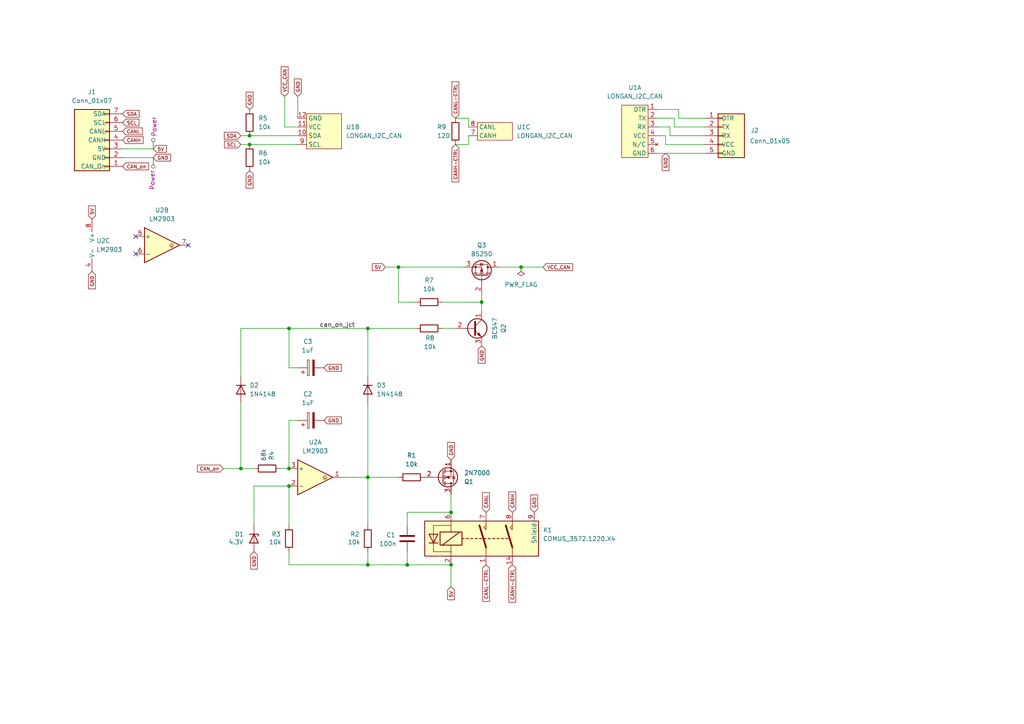
<source format=kicad_sch>
(kicad_sch (version 20250114) (generator "eeschema") (generator_version "9.0")
  (paper "A4")
  (title_block (title "KnurCAN Main Board"))
  (lib_symbols
    (symbol "Comparator:LM2903" (pin_names (offset 0.127))
      (property "Reference" "U" (at 3.81 3.81 0))
      (property "Value" "LM2903" (at 6.35 -3.81 0))
      (symbol "LM2903_1_1"
        (polyline (pts (xy -5.08 5.08) (xy 5.08 0) (xy -5.08 -5.08) (xy -5.08 5.08)) (stroke (width 0.254)) (fill (type background)))
        (polyline (pts (xy 3.302 -0.508) (xy 2.794 -0.508) (xy 3.302 0) (xy 2.794 0.508) (xy 2.286 0) (xy 2.794 -0.508) (xy 2.286 -0.508)) (stroke (width 0.127)))
        (pin input line (at -7.62 2.54 0) (length 2.54) (name "+") (number "3"))
        (pin input line (at -7.62 -2.54 0) (length 2.54) (name "-") (number "2"))
        (pin open_collector line (at 7.62 0 180) (length 2.54) (name "~") (number "1"))
      )
      (symbol "LM2903_2_1"
        (polyline (pts (xy -5.08 5.08) (xy 5.08 0) (xy -5.08 -5.08) (xy -5.08 5.08)) (stroke (width 0.254)) (fill (type background)))
        (polyline (pts (xy 3.302 -0.508) (xy 2.794 -0.508) (xy 3.302 0) (xy 2.794 0.508) (xy 2.286 0) (xy 2.794 -0.508) (xy 2.286 -0.508)) (stroke (width 0.127)))
        (pin input line (at -7.62 2.54 0) (length 2.54) (name "+") (number "5"))
        (pin input line (at -7.62 -2.54 0) (length 2.54) (name "-") (number "6"))
        (pin open_collector line (at 7.62 0 180) (length 2.54) (name "~") (number "7"))
      )
      (symbol "LM2903_3_1"
        (pin power_in line (at -2.54 7.62 270) (length 3.81) (name "V+") (number "8"))
        (pin power_in line (at -2.54 -7.62 90) (length 3.81) (name "V-") (number "4"))
      )
    )
    (symbol "Connector_Generic:Conn_01x05" (pin_names (offset 1.016))
      (property "Reference" "J2" (at 5.588 1.524 0))
      (property "Value" "Conn_01x05" (at 5.334 -1.524 0))
      (symbol "Conn_01x05_1_1"
        (rectangle (start -3.81 6.35) (end 3.81 -6.35) (stroke (width 0.254)) (fill (type background)))
        (rectangle (start -3.81 5.207) (end -2.54 4.953) (stroke (width 0.1524)))
        (rectangle (start -3.81 2.667) (end -2.54 2.413) (stroke (width 0.1524)))
        (rectangle (start -3.81 0.127) (end -2.54 -0.127) (stroke (width 0.1524)))
        (rectangle (start -3.81 -2.413) (end -2.54 -2.667) (stroke (width 0.1524)))
        (rectangle (start -3.81 -4.953) (end -2.54 -5.207) (stroke (width 0.1524)))
        (pin output line (at -7.62 5.08 0) (length 3.81) (name "DTR") (number "1"))
        (pin bidirectional line (at -7.62 2.54 0) (length 3.81) (name "TX") (number "2"))
        (pin bidirectional line (at -7.62 0 0) (length 3.81) (name "RX") (number "3"))
        (pin power_out line (at -7.62 -2.54 0) (length 3.81) (name "VCC") (number "4"))
        (pin passive line (at -7.62 -5.08 0) (length 3.81) (name "GND") (number "5"))
      )
    )
    (symbol "Custom_Knur:COMUS_3572.1220.X4"
      (property "Reference" "K" (at 23.622 2.54 0))
      (property "Value" "COMUS_3572.1220.X4" (at 23.622 0 0))
      (symbol "COMUS_3572.1220.X4_0_0"
        (polyline (pts (xy 2.54 5.08) (xy 2.54 2.54) (xy 1.905 3.175) (xy 2.54 3.81)))
        (polyline (pts (xy 10.16 5.08) (xy 10.16 2.54) (xy 9.525 3.175) (xy 10.16 3.81)))
      )
      (symbol "COMUS_3572.1220.X4_0_1"
        (rectangle (start -15.24 5.08) (end 17.78 -5.08) (stroke (width 0.254)) (fill (type background)))
        (polyline (pts (xy -13.97 1.27) (xy -11.43 1.27) (xy -12.7 -1.27) (xy -13.97 1.27)) (stroke (width 0.254)))
        (polyline (pts (xy -13.97 -1.27) (xy -11.43 -1.27)) (stroke (width 0.254)))
        (polyline (pts (xy -12.7 1.27) (xy -12.7 -1.27)))
        (polyline (pts (xy -12.7 1.27) (xy -12.7 3.81) (xy -7.62 3.81)))
        (polyline (pts (xy -12.7 -1.27) (xy -12.7 -3.81) (xy -7.62 -3.81)))
        (rectangle (start -10.795 1.905) (end -4.445 -1.905) (stroke (width 0.254)))
        (polyline (pts (xy -10.16 -1.905) (xy -5.08 1.905)) (stroke (width 0.254)))
        (polyline (pts (xy -7.62 5.08) (xy -7.62 1.905)))
        (polyline (pts (xy -7.62 -5.08) (xy -7.62 -1.905)))
        (polyline (pts (xy -4.445 0) (xy -3.81 0)) (stroke (width 0.254)))
        (polyline (pts (xy -3.175 0) (xy -2.54 0)) (stroke (width 0.254)))
        (polyline (pts (xy -1.905 0) (xy -1.27 0)) (stroke (width 0.254)))
        (polyline (pts (xy -0.635 0) (xy 0 0)) (stroke (width 0.254)))
        (polyline (pts (xy 0.635 0) (xy 1.27 0)) (stroke (width 0.254)))
        (polyline (pts (xy 1.905 0) (xy 2.54 0)) (stroke (width 0.254)))
        (polyline (pts (xy 2.54 -2.54) (xy 0.635 3.81)) (stroke (width 0.508)))
        (polyline (pts (xy 2.54 -2.54) (xy 2.54 -5.08)))
        (polyline (pts (xy 3.175 0) (xy 3.81 0)) (stroke (width 0.254)))
        (polyline (pts (xy 4.445 0) (xy 5.08 0)) (stroke (width 0.254)))
        (polyline (pts (xy 5.715 0) (xy 6.35 0)) (stroke (width 0.254)))
        (polyline (pts (xy 6.985 0) (xy 7.62 0)) (stroke (width 0.254)))
        (polyline (pts (xy 8.255 0) (xy 8.89 0)) (stroke (width 0.254)))
        (polyline (pts (xy 10.16 -2.54) (xy 8.255 3.81)) (stroke (width 0.508)))
        (polyline (pts (xy 10.16 -2.54) (xy 10.16 -5.08)))
        (polyline (pts (xy 16.51 7.62) (xy 16.51 7.62)))
        (polyline (pts (xy 16.51 6.35) (xy 16.51 6.35)))
      )
      (symbol "COMUS_3572.1220.X4_1_1"
        (pin passive line (at -7.62 7.62 270) (length 2.54) (name "~") (number "6"))
        (pin passive line (at -7.62 -7.62 90) (length 2.54) (name "~") (number "2"))
        (pin passive line (at 2.54 7.62 270) (length 2.54) (name "~") (number "7"))
        (pin passive line (at 2.54 -7.62 90) (length 2.54) (name "~") (number "1"))
        (pin passive line (at 10.16 7.62 270) (length 2.54) (name "~") (number "8"))
        (pin passive line (at 10.16 -7.62 90) (length 2.54) (name "~") (number "14"))
        (pin passive line (at 16.51 7.62 270) (length 2.54) (name "Shield") (number "9"))
      )
    )
    (symbol "Custom_Knur:Conn_01x07_CanOn" (pin_names (offset 1.016))
      (property "Reference" "J1" (at -0.254 10.414 0))
      (property "Value" "Conn_01x07_CanOn" (at 3.302 -10.414 0))
      (symbol "Conn_01x07_CanOn_1_1"
        (rectangle (start -1.27 8.89) (end 8.89 -8.89) (stroke (width 0.254)) (fill (type background)))
        (rectangle (start -1.27 7.747) (end 0 7.493) (stroke (width 0.1524)))
        (rectangle (start -1.27 5.207) (end 0 4.953) (stroke (width 0.1524)))
        (rectangle (start -1.27 2.667) (end 0 2.413) (stroke (width 0.1524)))
        (rectangle (start -1.27 0.127) (end 0 -0.127) (stroke (width 0.1524)))
        (rectangle (start -1.27 -2.413) (end 0 -2.667) (stroke (width 0.1524)))
        (rectangle (start -1.27 -4.953) (end 0 -5.207) (stroke (width 0.1524)))
        (rectangle (start -1.27 -7.493) (end 0 -7.747) (stroke (width 0.1524)))
        (pin output line (at -5.08 7.62 0) (length 3.81) (name "CAN_On") (number "1"))
        (pin power_out line (at -5.08 5.08 0) (length 3.81) (name "GND") (number "2"))
        (pin power_out line (at -5.08 2.54 0) (length 3.81) (name "5V") (number "3"))
        (pin bidirectional line (at -5.08 0 0) (length 3.81) (name "CANH") (number "4"))
        (pin bidirectional line (at -5.08 -2.54 0) (length 3.81) (name "CANL") (number "5"))
        (pin bidirectional line (at -5.08 -5.08 0) (length 3.81) (name "SCL") (number "6"))
        (pin bidirectional line (at -5.08 -7.62 0) (length 3.81) (name "SDA") (number "7"))
      )
    )
    (symbol "Custom_Knur:LONGAN_I2C_CAN"
      (property "Reference" "U" (at 9.652 2.032 0))
      (property "Value" "LONGAN_I2C_CAN" (at 17.272 -2.032 0))
      (symbol "LONGAN_I2C_CAN_1_1"
        (unit_name "Main")
        (rectangle (start -7.62 3.81) (end 7.62 -3.81) (fill (type background)))
        (pin passive line (at -6.35 6.35 270) (length 2.54) (name "DTR") (number "1"))
        (pin bidirectional line (at -3.81 6.35 270) (length 2.54) (name "TX") (number "2"))
        (pin bidirectional line (at -1.27 6.35 270) (length 2.54) (name "RX") (number "3"))
        (pin power_in line (at 1.27 6.35 270) (length 2.54) (name "VCC") (number "4"))
        (pin no_connect line (at 3.81 6.35 270) (length 2.54) (name "N/C") (number "5"))
        (pin power_in line (at 6.35 6.35 270) (length 2.54) (name "GND") (number "6"))
      )
      (symbol "LONGAN_I2C_CAN_2_1"
        (unit_name "I2C")
        (rectangle (start -5.08 -5.08) (end 5.08 5.08) (fill (type background)))
        (pin power_in line (at -7.62 3.81 0) (length 2.54) (name "GND") (number "12"))
        (pin power_in line (at -7.62 1.27 0) (length 2.54) (name "VCC") (number "11"))
        (pin bidirectional line (at -7.62 -1.27 0) (length 2.54) (name "SDA") (number "10"))
        (pin bidirectional line (at -7.62 -3.81 0) (length 2.54) (name "SCL") (number "9"))
      )
      (symbol "LONGAN_I2C_CAN_3_1"
        (unit_name "CAN")
        (rectangle (start -5.08 2.54) (end 5.08 -2.54) (fill (type background)))
        (pin bidirectional line (at -7.62 1.27 0) (length 2.54) (name "CANL") (number "8"))
        (pin bidirectional line (at -7.62 -1.27 0) (length 2.54) (name "CANH") (number "7"))
      )
    )
    (symbol "Device:C" (pin_numbers (hide yes)) (pin_names (offset 0.254))
      (property "Reference" "C" (at 0.635 2.54 0))
      (property "Value" "C" (at 0.635 -2.54 0))
      (symbol "C_0_1"
        (polyline (pts (xy -2.032 0.762) (xy 2.032 0.762)) (stroke (width 0.508)))
        (polyline (pts (xy -2.032 -0.762) (xy 2.032 -0.762)) (stroke (width 0.508)))
      )
      (symbol "C_1_1"
        (pin passive line (at 0 3.81 270) (length 2.794) (name "~") (number "1"))
        (pin passive line (at 0 -3.81 90) (length 2.794) (name "~") (number "2"))
      )
    )
    (symbol "Device:C_Polarized" (pin_numbers (hide yes)) (pin_names (offset 0.254))
      (property "Reference" "C" (at 0.635 2.54 0))
      (property "Value" "C_Polarized" (at 0.635 -2.54 0))
      (symbol "C_Polarized_0_1"
        (rectangle (start -2.286 0.508) (end 2.286 1.016))
        (polyline (pts (xy -1.778 2.286) (xy -0.762 2.286)))
        (polyline (pts (xy -1.27 2.794) (xy -1.27 1.778)))
        (rectangle (start 2.286 -0.508) (end -2.286 -1.016) (fill (type outline)))
      )
      (symbol "C_Polarized_1_1"
        (pin passive line (at 0 3.81 270) (length 2.794) (name "~") (number "1"))
        (pin passive line (at 0 -3.81 90) (length 2.794) (name "~") (number "2"))
      )
    )
    (symbol "Device:D_Zener" (pin_numbers (hide yes)) (pin_names (offset 1.016) (hide yes))
      (property "Reference" "D" (at 0 2.54 0))
      (property "Value" "D_Zener" (at 0 -2.54 0))
      (symbol "D_Zener_0_1"
        (polyline (pts (xy -1.27 -1.27) (xy -1.27 1.27) (xy -0.762 1.27)) (stroke (width 0.254)))
        (polyline (pts (xy 1.27 0) (xy -1.27 0)))
        (polyline (pts (xy 1.27 -1.27) (xy 1.27 1.27) (xy -1.27 0) (xy 1.27 -1.27)) (stroke (width 0.254)))
      )
      (symbol "D_Zener_1_1"
        (pin passive line (at -3.81 0 0) (length 2.54) (name "K") (number "1"))
        (pin passive line (at 3.81 0 180) (length 2.54) (name "A") (number "2"))
      )
    )
    (symbol "Device:R" (pin_numbers (hide yes)) (pin_names (offset 0))
      (property "Reference" "R" (at 2.032 0 90))
      (property "Value" "R" (at 0 0 90))
      (symbol "R_0_1"
        (rectangle (start -1.016 -2.54) (end 1.016 2.54) (stroke (width 0.254)))
      )
      (symbol "R_1_1"
        (pin passive line (at 0 3.81 270) (length 1.27) (name "~") (number "1"))
        (pin passive line (at 0 -3.81 90) (length 1.27) (name "~") (number "2"))
      )
    )
    (symbol "Diode:1N4148" (pin_numbers (hide yes)) (pin_names (hide yes))
      (property "Reference" "D" (at 0 2.54 0))
      (property "Value" "1N4148" (at 0 -2.54 0))
      (symbol "1N4148_0_1"
        (polyline (pts (xy -1.27 1.27) (xy -1.27 -1.27)) (stroke (width 0.254)))
        (polyline (pts (xy 1.27 1.27) (xy 1.27 -1.27) (xy -1.27 0) (xy 1.27 1.27)) (stroke (width 0.254)))
        (polyline (pts (xy 1.27 0) (xy -1.27 0)))
      )
      (symbol "1N4148_1_1"
        (pin passive line (at -3.81 0 0) (length 2.54) (name "K") (number "1"))
        (pin passive line (at 3.81 0 180) (length 2.54) (name "A") (number "2"))
      )
    )
    (symbol "LONGAN_I2C_CAN_1"
      (property "Reference" "U" (at 9.652 2.032 0))
      (property "Value" "LONGAN_I2C_CAN" (at 17.272 -2.032 0))
      (symbol "LONGAN_I2C_CAN_1_1_1"
        (unit_name "Main")
        (rectangle (start -7.62 3.81) (end 7.62 -3.81) (fill (type background)))
        (pin passive line (at -6.35 6.35 270) (length 2.54) (name "DTR") (number "1"))
        (pin bidirectional line (at -3.81 6.35 270) (length 2.54) (name "TX") (number "2"))
        (pin bidirectional line (at -1.27 6.35 270) (length 2.54) (name "RX") (number "3"))
        (pin power_in line (at 1.27 6.35 270) (length 2.54) (name "VCC") (number "4"))
        (pin no_connect line (at 3.81 6.35 270) (length 2.54) (name "N/C") (number "5"))
        (pin power_in line (at 6.35 6.35 270) (length 2.54) (name "GND") (number "6"))
      )
      (symbol "LONGAN_I2C_CAN_1_2_1"
        (unit_name "I2C")
        (rectangle (start -5.08 -5.08) (end 5.08 5.08) (fill (type background)))
        (pin power_in line (at -7.62 3.81 0) (length 2.54) (name "GND") (number "12"))
        (pin power_in line (at -7.62 1.27 0) (length 2.54) (name "VCC") (number "11"))
        (pin bidirectional line (at -7.62 -1.27 0) (length 2.54) (name "SDA") (number "10"))
        (pin bidirectional line (at -7.62 -3.81 0) (length 2.54) (name "SCL") (number "9"))
      )
      (symbol "LONGAN_I2C_CAN_1_3_1"
        (unit_name "CAN")
        (rectangle (start -5.08 2.54) (end 5.08 -2.54) (fill (type background)))
        (pin bidirectional line (at -7.62 1.27 0) (length 2.54) (name "CANL") (number "8"))
        (pin bidirectional line (at -7.62 -1.27 0) (length 2.54) (name "CANH") (number "7"))
      )
    )
    (symbol "Transistor_BJT:BC547" (pin_names (offset 0) (hide yes))
      (property "Reference" "Q" (at 5.08 1.905 0))
      (property "Value" "BC547" (at 5.08 0 0))
      (symbol "BC547_0_1"
        (polyline (pts (xy -2.54 0) (xy 0.635 0)))
        (polyline (pts (xy 0.635 1.905) (xy 0.635 -1.905)) (stroke (width 0.508)))
        (circle (center 1.27 0) (radius 2.8194) (stroke (width 0.254)))
      )
      (symbol "BC547_1_1"
        (polyline (pts (xy 0.635 0.635) (xy 2.54 2.54)))
        (polyline (pts (xy 0.635 -0.635) (xy 2.54 -2.54)))
        (polyline (pts (xy 1.27 -1.778) (xy 1.778 -1.27) (xy 2.286 -2.286) (xy 1.27 -1.778)) (fill (type outline)))
        (pin input line (at -5.08 0 0) (length 2.54) (name "B") (number "2"))
        (pin passive line (at 2.54 5.08 270) (length 2.54) (name "C") (number "1"))
        (pin passive line (at 2.54 -5.08 90) (length 2.54) (name "E") (number "3"))
      )
    )
    (symbol "Transistor_FET:2N7000" (pin_names (hide yes))
      (property "Reference" "Q" (at 5.08 1.905 0))
      (property "Value" "2N7000" (at 5.08 0 0))
      (symbol "2N7000_0_1"
        (polyline (pts (xy 0.254 1.905) (xy 0.254 -1.905)) (stroke (width 0.254)))
        (polyline (pts (xy 0.254 0) (xy -2.54 0)))
        (polyline (pts (xy 0.762 2.286) (xy 0.762 1.27)) (stroke (width 0.254)))
        (polyline (pts (xy 0.762 0.508) (xy 0.762 -0.508)) (stroke (width 0.254)))
        (polyline (pts (xy 0.762 -1.27) (xy 0.762 -2.286)) (stroke (width 0.254)))
        (polyline (pts (xy 0.762 -1.778) (xy 3.302 -1.778) (xy 3.302 1.778) (xy 0.762 1.778)))
        (polyline (pts (xy 1.016 0) (xy 2.032 0.381) (xy 2.032 -0.381) (xy 1.016 0)) (fill (type outline)))
        (circle (center 1.651 0) (radius 2.794) (stroke (width 0.254)))
        (polyline (pts (xy 2.54 2.54) (xy 2.54 1.778)))
        (circle (center 2.54 1.778) (radius 0.254) (fill (type outline)))
        (circle (center 2.54 -1.778) (radius 0.254) (fill (type outline)))
        (polyline (pts (xy 2.54 -2.54) (xy 2.54 0) (xy 0.762 0)))
        (polyline (pts (xy 2.794 0.508) (xy 2.921 0.381) (xy 3.683 0.381) (xy 3.81 0.254)))
        (polyline (pts (xy 3.302 0.381) (xy 2.921 -0.254) (xy 3.683 -0.254) (xy 3.302 0.381)))
      )
      (symbol "2N7000_1_1"
        (pin input line (at -5.08 0 0) (length 2.54) (name "G") (number "2"))
        (pin passive line (at 2.54 5.08 270) (length 2.54) (name "D") (number "3"))
        (pin passive line (at 2.54 -5.08 90) (length 2.54) (name "S") (number "1"))
      )
    )
    (symbol "Transistor_FET:BS250" (pin_names (hide yes))
      (property "Reference" "Q" (at 5.08 1.905 0))
      (property "Value" "BS250" (at 5.08 0 0))
      (symbol "BS250_0_1"
        (polyline (pts (xy 0.254 1.905) (xy 0.254 -1.905)) (stroke (width 0.254)))
        (polyline (pts (xy 0.254 0) (xy -2.54 0)))
        (polyline (pts (xy 0.762 2.286) (xy 0.762 1.27)) (stroke (width 0.254)))
        (polyline (pts (xy 0.762 1.778) (xy 3.302 1.778) (xy 3.302 -1.778) (xy 0.762 -1.778)))
        (polyline (pts (xy 0.762 0.508) (xy 0.762 -0.508)) (stroke (width 0.254)))
        (polyline (pts (xy 0.762 -1.27) (xy 0.762 -2.286)) (stroke (width 0.254)))
        (circle (center 1.651 0) (radius 2.794) (stroke (width 0.254)))
        (polyline (pts (xy 2.286 0) (xy 1.27 0.381) (xy 1.27 -0.381) (xy 2.286 0)) (fill (type outline)))
        (polyline (pts (xy 2.54 2.54) (xy 2.54 1.778)))
        (circle (center 2.54 1.778) (radius 0.254) (fill (type outline)))
        (circle (center 2.54 -1.778) (radius 0.254) (fill (type outline)))
        (polyline (pts (xy 2.54 -2.54) (xy 2.54 0) (xy 0.762 0)))
        (polyline (pts (xy 2.794 -0.508) (xy 2.921 -0.381) (xy 3.683 -0.381) (xy 3.81 -0.254)))
        (polyline (pts (xy 3.302 -0.381) (xy 2.921 0.254) (xy 3.683 0.254) (xy 3.302 -0.381)))
      )
      (symbol "BS250_1_1"
        (pin input line (at -5.08 0 0) (length 2.54) (name "G") (number "2"))
        (pin passive line (at 2.54 5.08 270) (length 2.54) (name "D") (number "1"))
        (pin passive line (at 2.54 -5.08 90) (length 2.54) (name "S") (number "3"))
      )
    )
    (symbol "power:PWR_FLAG" (power) (pin_numbers (hide yes)) (pin_names (offset 0) (hide yes))
      (property "Value" "PWR_FLAG" (at 0 3.81 0))
      (symbol "PWR_FLAG_0_0"
        (pin power_out line (at 0 0 90) (length 0) (name "~") (number "1"))
      )
      (symbol "PWR_FLAG_0_1"
        (polyline (pts (xy 0 0) (xy 0 1.27) (xy -1.016 1.905) (xy 0 2.54) (xy 1.016 1.905) (xy 0 1.27)))
      )
    )
  )
  (junction (at 106.68 138.43))
  (junction (at 83.82 140.97))
  (junction (at 83.82 135.89))
  (junction (at 130.81 148.59))
  (junction (at 106.68 163.83))
  (junction (at 106.68 95.25))
  (junction (at 118.11 163.83))
  (junction (at 115.57 77.47))
  (junction (at 151.13 77.47))
  (junction (at 69.85 135.89))
  (junction (at 83.82 95.25))
  (junction (at 72.39 41.91))
  (junction (at 72.39 39.37))
  (junction (at 139.7 87.63))
  (junction (at 130.81 163.83))
  (no_connect (at 39.37 73.66))
  (no_connect (at 54.61 71.12))
  (no_connect (at 39.37 68.58))
  (wire (pts (xy 193.04 39.37) (xy 193.04 41.91)))
  (wire (pts (xy 69.85 95.25) (xy 69.85 109.22)))
  (wire (pts (xy 115.57 77.47) (xy 134.62 77.47)))
  (wire (pts (xy 128.27 87.63) (xy 139.7 87.63)))
  (wire (pts (xy 190.5 34.29) (xy 195.58 34.29)))
  (wire (pts (xy 106.68 138.43) (xy 106.68 152.4)))
  (wire (pts (xy 111.76 77.47) (xy 115.57 77.47)))
  (wire (pts (xy 72.39 41.91) (xy 86.36 41.91)))
  (wire (pts (xy 73.66 152.4) (xy 73.66 140.97)))
  (wire (pts (xy 99.06 138.43) (xy 106.68 138.43)))
  (wire (pts (xy 115.57 77.47) (xy 115.57 87.63)))
  (wire (pts (xy 118.11 160.02) (xy 118.11 163.83)))
  (wire (pts (xy 190.5 44.45) (xy 204.47 44.45)))
  (wire (pts (xy 86.36 106.68) (xy 83.82 106.68)))
  (wire (pts (xy 69.85 135.89) (xy 73.66 135.89)))
  (wire (pts (xy 106.68 160.02) (xy 106.68 163.83)))
  (wire (pts (xy 69.85 39.37) (xy 72.39 39.37)))
  (wire (pts (xy 139.7 87.63) (xy 139.7 90.17)))
  (wire (pts (xy 82.55 27.94) (xy 82.55 36.83)))
  (wire (pts (xy 139.7 85.09) (xy 139.7 87.63)))
  (wire (pts (xy 35.56 43.18) (xy 44.45 43.18)))
  (wire (pts (xy 83.82 95.25) (xy 106.68 95.25)))
  (wire (pts (xy 69.85 41.91) (xy 72.39 41.91)))
  (wire (pts (xy 193.04 41.91) (xy 204.47 41.91)))
  (wire (pts (xy 196.85 31.75) (xy 196.85 34.29)))
  (wire (pts (xy 132.08 41.91) (xy 135.89 41.91)))
  (wire (pts (xy 106.68 138.43) (xy 115.57 138.43)))
  (wire (pts (xy 106.68 163.83) (xy 118.11 163.83)))
  (wire (pts (xy 130.81 143.51) (xy 130.81 148.59)))
  (wire (pts (xy 130.81 163.83) (xy 130.81 170.18)))
  (wire (pts (xy 190.5 39.37) (xy 193.04 39.37)))
  (wire (pts (xy 83.82 140.97) (xy 83.82 152.4)))
  (wire (pts (xy 83.82 121.92) (xy 83.82 135.89)))
  (wire (pts (xy 194.31 39.37) (xy 204.47 39.37)))
  (wire (pts (xy 120.65 87.63) (xy 115.57 87.63)))
  (wire (pts (xy 135.89 36.83) (xy 135.89 34.29)))
  (wire (pts (xy 132.08 34.29) (xy 135.89 34.29)))
  (wire (pts (xy 86.36 27.94) (xy 86.36 34.29)))
  (wire (pts (xy 35.56 45.72) (xy 44.45 45.72)))
  (wire (pts (xy 72.39 39.37) (xy 86.36 39.37)))
  (wire (pts (xy 144.78 77.47) (xy 151.13 77.47)))
  (wire (pts (xy 194.31 36.83) (xy 194.31 39.37)))
  (wire (pts (xy 83.82 106.68) (xy 83.82 95.25)))
  (wire (pts (xy 195.58 36.83) (xy 204.47 36.83)))
  (wire (pts (xy 106.68 116.84) (xy 106.68 138.43)))
  (wire (pts (xy 86.36 36.83) (xy 82.55 36.83)))
  (wire (pts (xy 190.5 31.75) (xy 196.85 31.75)))
  (wire (pts (xy 195.58 34.29) (xy 195.58 36.83)))
  (wire (pts (xy 106.68 95.25) (xy 106.68 109.22)))
  (wire (pts (xy 190.5 36.83) (xy 194.31 36.83)))
  (wire (pts (xy 151.13 77.47) (xy 157.48 77.47)))
  (wire (pts (xy 64.77 135.89) (xy 69.85 135.89)))
  (wire (pts (xy 106.68 95.25) (xy 120.65 95.25)))
  (wire (pts (xy 118.11 163.83) (xy 130.81 163.83)))
  (wire (pts (xy 81.28 135.89) (xy 83.82 135.89)))
  (wire (pts (xy 118.11 152.4) (xy 118.11 148.59)))
  (wire (pts (xy 196.85 34.29) (xy 204.47 34.29)))
  (wire (pts (xy 73.66 140.97) (xy 83.82 140.97)))
  (wire (pts (xy 83.82 163.83) (xy 106.68 163.83)))
  (wire (pts (xy 83.82 121.92) (xy 86.36 121.92)))
  (wire (pts (xy 135.89 39.37) (xy 135.89 41.91)))
  (wire (pts (xy 118.11 148.59) (xy 130.81 148.59)))
  (wire (pts (xy 69.85 116.84) (xy 69.85 135.89)))
  (wire (pts (xy 128.27 95.25) (xy 132.08 95.25)))
  (wire (pts (xy 83.82 160.02) (xy 83.82 163.83)))
  (wire (pts (xy 69.85 95.25) (xy 83.82 95.25)))
  (label "can_on_jct" (at 92.71 95.25 0))
  (global_label "GND" (shape input) (at 72.39 31.75 90) (effects (font (size 1.016 1.016))) (property "Intersheetrefs" "${INTERSHEET_REFS}" (effects (hide yes))))
  (global_label "GND" (shape input) (at 154.94 148.59 90) (effects (font (size 1.016 1.016))) (property "Intersheetrefs" "${INTERSHEET_REFS}" (effects (hide yes))))
  (global_label "CANH" (shape input) (at 148.59 148.59 90) (effects (font (size 1.016 1.016))) (property "Intersheetrefs" "${INTERSHEET_REFS}" (effects (hide yes))))
  (global_label "CANH-CTRL" (shape input) (at 132.08 41.91 270) (effects (font (size 1.016 1.016))) (property "Intersheetrefs" "${INTERSHEET_REFS}" (effects (hide yes))))
  (global_label "GND" (shape input) (at 72.39 49.53 270) (effects (font (size 1.016 1.016))) (property "Intersheetrefs" "${INTERSHEET_REFS}" (effects (hide yes))))
  (global_label "CANL-CTRL" (shape input) (at 140.97 163.83 270) (effects (font (size 1.016 1.016))) (property "Intersheetrefs" "${INTERSHEET_REFS}" (effects (hide yes))))
  (global_label "CANL" (shape input) (at 35.56 38.1 0) (effects (font (size 1.016 1.016))) (property "Intersheetrefs" "${INTERSHEET_REFS}" (effects (hide yes))))
  (global_label "GND" (shape input) (at 193.04 44.45 270) (effects (font (size 1.016 1.016))) (property "Intersheetrefs" "${INTERSHEET_REFS}" (effects (hide yes))))
  (global_label "GND" (shape input) (at 44.45 45.72 0) (effects (font (size 1.016 1.016))) (property "Intersheetrefs" "${INTERSHEET_REFS}" (effects (hide yes))))
  (global_label "GND" (shape input) (at 73.66 160.02 270) (effects (font (size 1.016 1.016))) (property "Intersheetrefs" "${INTERSHEET_REFS}" (effects (hide yes))))
  (global_label "GND" (shape input) (at 26.67 78.74 270) (effects (font (size 1.016 1.016))) (property "Intersheetrefs" "${INTERSHEET_REFS}" (effects (hide yes))))
  (global_label "5V" (shape input) (at 111.76 77.47 180) (effects (font (size 1.016 1.016))) (property "Intersheetrefs" "${INTERSHEET_REFS}" (effects (hide yes))))
  (global_label "GND" (shape input) (at 130.81 133.35 90) (effects (font (size 1.016 1.016))) (property "Intersheetrefs" "${INTERSHEET_REFS}" (effects (hide yes))))
  (global_label "CAN_on" (shape input) (at 64.77 135.89 180) (effects (font (size 1.016 1.016))) (property "Intersheetrefs" "${INTERSHEET_REFS}" (effects (hide yes))))
  (global_label "CAN_on" (shape input) (at 35.56 48.26 0) (effects (font (size 1.016 1.016))) (property "Intersheetrefs" "${INTERSHEET_REFS}" (effects (hide yes))))
  (global_label "5V" (shape input) (at 26.67 63.5 90) (effects (font (size 1.016 1.016))) (property "Intersheetrefs" "${INTERSHEET_REFS}" (effects (hide yes))))
  (global_label "CANL" (shape input) (at 140.97 148.59 90) (effects (font (size 1.016 1.016))) (property "Intersheetrefs" "${INTERSHEET_REFS}" (effects (hide yes))))
  (global_label "GND" (shape input) (at 93.98 121.92 0) (effects (font (size 1.016 1.016))) (property "Intersheetrefs" "${INTERSHEET_REFS}" (effects (hide yes))))
  (global_label "VCC_CAN" (shape input) (at 157.48 77.47 0) (effects (font (size 1.016 1.016))) (property "Intersheetrefs" "${INTERSHEET_REFS}" (effects (hide yes))))
  (global_label "5V" (shape input) (at 44.45 43.18 0) (effects (font (size 1.016 1.016))) (property "Intersheetrefs" "${INTERSHEET_REFS}" (effects (hide yes))))
  (global_label "VCC_CAN" (shape input) (at 82.55 27.94 90) (effects (font (size 1.016 1.016))) (property "Intersheetrefs" "${INTERSHEET_REFS}" (effects (hide yes))))
  (global_label "SCL" (shape input) (at 35.56 35.56 0) (effects (font (size 1.016 1.016))) (property "Intersheetrefs" "${INTERSHEET_REFS}" (effects (hide yes))))
  (global_label "GND" (shape input) (at 139.7 100.33 270) (effects (font (size 1.016 1.016))) (property "Intersheetrefs" "${INTERSHEET_REFS}" (effects (hide yes))))
  (global_label "5V" (shape input) (at 130.81 170.18 270) (effects (font (size 1.016 1.016))) (property "Intersheetrefs" "${INTERSHEET_REFS}" (effects (hide yes))))
  (global_label "SDA" (shape input) (at 35.56 33.02 0) (effects (font (size 1.016 1.016))) (property "Intersheetrefs" "${INTERSHEET_REFS}" (effects (hide yes))))
  (global_label "GND" (shape input) (at 93.98 106.68 0) (effects (font (size 1.016 1.016))) (property "Intersheetrefs" "${INTERSHEET_REFS}" (effects (hide yes))))
  (global_label "SDA" (shape input) (at 69.85 39.37 180) (effects (font (size 1.016 1.016))) (property "Intersheetrefs" "${INTERSHEET_REFS}" (effects (hide yes))))
  (global_label "CANL-CTRL" (shape input) (at 132.08 34.29 90) (effects (font (size 1.016 1.016))) (property "Intersheetrefs" "${INTERSHEET_REFS}" (effects (hide yes))))
  (global_label "CANH-CTRL" (shape input) (at 148.59 163.83 270) (effects (font (size 1.016 1.016))) (property "Intersheetrefs" "${INTERSHEET_REFS}" (effects (hide yes))))
  (global_label "CANH" (shape input) (at 35.56 40.64 0) (effects (font (size 1.016 1.016))) (property "Intersheetrefs" "${INTERSHEET_REFS}" (effects (hide yes))))
  (global_label "GND" (shape input) (at 86.36 27.94 90) (effects (font (size 1.016 1.016))) (property "Intersheetrefs" "${INTERSHEET_REFS}" (effects (hide yes))))
  (global_label "SCL" (shape input) (at 69.85 41.91 180) (effects (font (size 1.016 1.016))) (property "Intersheetrefs" "${INTERSHEET_REFS}" (effects (hide yes))))
  (netclass_flag "" (length 2.54) (shape round) (at 44.45 43.18 0) (property "Netclass" "Power" (at 44.704 33.782 90) (effects (justify right))))
  (netclass_flag "" (length 2.54) (shape round) (at 44.45 45.72 180) (property "Netclass" "Power" (at 44.196 55.118 90) (effects (justify left))))
  (symbol (lib_id "Transistor_FET:BS250") (at 139.7 80.01 270) (mirror x) (unit 1)
    (property "Reference" "Q3" (at 139.7 71.12 90))
    (property "Value" "BS250" (at 139.7 73.66 90))
    (property "Footprint" "Package_TO_SOT_THT:TO-92_Inline_Wide" (effects (hide yes)))
    (property "Datasheet" "http://www.vishay.com/docs/70209/70209.pdf" (effects (hide yes)))
    (property "Description" "-0.18A Id, -45V Vds, P-Channel MOSFET, TO-92" (effects (hide yes)))
  )
  (symbol (lib_id "Custom_Knur:COMUS_3572.1220.X4") (at 138.43 156.21 0) (unit 1)
    (property "Reference" "K1" (at 157.48 153.7334 0) (effects (justify left)))
    (property "Value" "COMUS_3572.1220.X4" (at 157.48 156.2734 0) (effects (justify left)))
    (property "Footprint" "Custom_Knur:Relay_COMUS_DIP" (effects (hide yes)))
    (property "Datasheet" "https://comus-intl.com/wp-content/uploads/2015/01/3570-3572-3563-Series.pdf" (effects (hide yes)))
    (property "Description" "COMUS DIP reed relay, DPST, with shield and diode" (effects (hide yes)))
  )
  (symbol (lib_id "Comparator:LM2903") (at 91.44 138.43 0) (unit 1)
    (property "Reference" "U2" (at 91.44 128.27 0))
    (property "Value" "LM2903" (at 91.44 130.81 0))
    (property "Footprint" "Package_DIP:DIP-8_W7.62mm" (effects (hide yes)))
    (property "Datasheet" "http://www.ti.com/lit/ds/symlink/lm393.pdf" (effects (hide yes)))
    (property "Description" "Low-Power, Low-Offset Voltage, Dual Comparators, DIP-8/SOIC-8/SOP-8/TSSOP-8/VSSOP-8" (effects (hide yes)))
  )
  (symbol (lib_id "Device:C") (at 118.11 156.21 0) (unit 1)
    (property "Reference" "C1" (at 112.014 155.194 0) (effects (justify left)))
    (property "Value" "100n" (at 109.982 157.734 0) (effects (justify left)))
    (property "Footprint" "Capacitor_THT:C_Disc_D3.8mm_W2.6mm_P2.50mm" (effects (hide yes)))
    (property "Description" "Unpolarized capacitor" (effects (hide yes)))
  )
  (symbol (lib_id "Transistor_FET:2N7000") (at 128.27 138.43 0) (mirror x) (unit 1)
    (property "Reference" "Q1" (at 134.62 139.7001 0) (effects (justify left)))
    (property "Value" "2N7000" (at 134.62 137.1601 0) (effects (justify left)))
    (property "Footprint" "Package_TO_SOT_THT:TO-92_Inline_Wide" (effects (hide yes)))
    (property "Datasheet" "https://www.vishay.com/docs/70226/70226.pdf" (effects (hide yes)))
    (property "Description" "0.2A Id, 200V Vds, N-Channel MOSFET, 2.6V Logic Level, TO-92" (effects (hide yes)))
  )
  (symbol (lib_id "Device:C_Polarized") (at 90.17 106.68 90) (unit 1)
    (property "Reference" "C3" (at 89.281 99.06 90))
    (property "Value" "1uF" (at 89.281 101.6 90))
    (property "Footprint" "Capacitor_THT:CP_Radial_D5.0mm_P2.50mm" (effects (hide yes)))
    (property "Description" "Polarized capacitor" (effects (hide yes)))
  )
  (symbol (lib_id "Device:R") (at 124.46 87.63 90) (unit 1)
    (property "Reference" "R7" (at 124.46 81.28 90))
    (property "Value" "10k" (at 124.46 83.82 90))
    (property "Footprint" "Resistor_THT:R_Axial_DIN0207_L6.3mm_D2.5mm_P7.62mm_Horizontal" (effects (hide yes)))
    (property "Description" "Resistor" (effects (hide yes)))
  )
  (symbol (lib_id "Device:R") (at 72.39 45.72 180) (unit 1)
    (property "Reference" "R6" (at 74.93 44.4499 0) (effects (justify right)))
    (property "Value" "10k" (at 74.93 46.9899 0) (effects (justify right)))
    (property "Footprint" "Resistor_THT:R_Axial_DIN0207_L6.3mm_D2.5mm_P7.62mm_Horizontal" (effects (hide yes)))
    (property "Description" "Resistor" (effects (hide yes)))
  )
  (symbol (lib_id "Connector_Generic:Conn_01x05") (at 212.09 39.37 0) (unit 1)
    (property "Reference" "J2" (at 217.678 37.846 0) (effects (justify left)))
    (property "Value" "Conn_01x05" (at 217.424 40.894 0) (effects (justify left)))
    (property "Footprint" "Connector_PinHeader_2.54mm:PinHeader_1x05_P2.54mm_Vertical" (effects (hide yes)))
    (property "Description" "Generic connector, single row, 01x05, script generated (kicad-library-utils/schlib/autogen/connector/)" (effects (hide yes)))
  )
  (symbol (lib_id "Diode:1N4148") (at 106.68 113.03 270) (unit 1)
    (property "Reference" "D3" (at 109.22 111.7599 90) (effects (justify left)))
    (property "Value" "1N4148" (at 109.22 114.2999 90) (effects (justify left)))
    (property "Footprint" "Diode_THT:D_DO-35_SOD27_P7.62mm_Horizontal" (effects (hide yes)))
    (property "Datasheet" "https://assets.nexperia.com/documents/data-sheet/1N4148_1N4448.pdf" (effects (hide yes)))
    (property "Description" "100V 0.15A standard switching diode, DO-35" (effects (hide yes)))
    (property "Sim.Device" "D" (effects (hide yes)))
    (property "Sim.Pins" "1=K 2=A" (effects (hide yes)))
  )
  (symbol (lib_id "power:PWR_FLAG") (at 151.13 77.47 180) (unit 1)
    (property "Reference" "#FLG01" (effects (hide yes)))
    (property "Value" "PWR_FLAG" (at 151.13 82.55 0))
    (property "Description" "Special symbol for telling ERC where power comes from" (effects (hide yes)))
  )
  (symbol (lib_id "Custom_Knur:Conn_01x07_CanOn") (at 30.48 40.64 180) (unit 1)
    (property "Reference" "J1" (at 26.67 26.67 0))
    (property "Value" "Conn_01x07" (at 26.67 29.21 0))
    (property "Footprint" "Custom_Knur:SolderWire-1x07-d1.5" (effects (hide yes)))
    (property "Description" "Connector for CanOn Board, single row staggered, 01x07" (effects (hide yes)))
  )
  (symbol (lib_id "Device:C_Polarized") (at 90.17 121.92 90) (unit 1)
    (property "Reference" "C2" (at 89.281 114.3 90))
    (property "Value" "1uF" (at 89.281 116.84 90))
    (property "Footprint" "Capacitor_THT:CP_Radial_D5.0mm_P2.50mm" (effects (hide yes)))
    (property "Description" "Polarized capacitor" (effects (hide yes)))
  )
  (symbol (lib_name "LONGAN_I2C_CAN_1") (lib_id "Custom_Knur:LONGAN_I2C_CAN") (at 93.98 38.1 0) (unit 2)
    (property "Reference" "U1" (at 100.33 36.8299 0) (effects (justify left)))
    (property "Value" "LONGAN_I2C_CAN" (at 100.33 39.3699 0) (effects (justify left)))
    (property "Footprint" "Custom_Knur:Longan_I2C_CAN" (effects (hide yes)))
    (property "Datasheet" "https://docs.longan-labs.cc/1030017/" (effects (hide yes)))
    (property "Description" "Longan Labs I2C CAN BUS module" (effects (hide yes)))
  )
  (symbol (lib_id "Device:R") (at 124.46 95.25 90) (unit 1)
    (property "Reference" "R8" (at 124.714 98.044 90))
    (property "Value" "10k" (at 124.714 100.584 90))
    (property "Footprint" "Resistor_THT:R_Axial_DIN0207_L6.3mm_D2.5mm_P7.62mm_Horizontal" (effects (hide yes)))
    (property "Description" "Resistor" (effects (hide yes)))
  )
  (symbol (lib_id "Device:D_Zener") (at 73.66 156.21 270) (unit 1)
    (property "Reference" "D1" (at 68.072 154.94 90) (effects (justify left)))
    (property "Value" "4.3V" (at 66.294 157.226 90) (effects (justify left)))
    (property "Footprint" "Diode_THT:D_DO-35_SOD27_P7.62mm_Horizontal" (effects (hide yes)))
    (property "Description" "Zener diode" (effects (hide yes)))
  )
  (symbol (lib_id "Transistor_BJT:BC547") (at 137.16 95.25 0) (unit 1)
    (property "Reference" "Q2" (at 146.05 95.25 90))
    (property "Value" "BC547" (at 143.51 95.25 90))
    (property "Footprint" "Package_TO_SOT_THT:TO-92_Inline_Wide" (effects (hide yes)))
    (property "Datasheet" "https://www.onsemi.com/pub/Collateral/BC550-D.pdf" (effects (hide yes)))
    (property "Description" "0.1A Ic, 45V Vce, Small Signal NPN Transistor, TO-92" (effects (hide yes)))
  )
  (symbol (lib_id "Device:R") (at 119.38 138.43 90) (unit 1)
    (property "Reference" "R1" (at 119.38 132.08 90))
    (property "Value" "10k" (at 119.38 134.62 90))
    (property "Footprint" "Resistor_THT:R_Axial_DIN0207_L6.3mm_D2.5mm_P7.62mm_Horizontal" (effects (hide yes)))
    (property "Description" "Resistor" (effects (hide yes)))
  )
  (symbol (lib_id "Custom_Knur:LONGAN_I2C_CAN") (at 184.15 38.1 270) (unit 1)
    (property "Reference" "U1" (at 184.15 25.4 90))
    (property "Value" "LONGAN_I2C_CAN" (at 184.15 27.94 90))
    (property "Footprint" "Custom_Knur:Longan_I2C_CAN" (effects (hide yes)))
    (property "Datasheet" "https://docs.longan-labs.cc/1030017/" (effects (hide yes)))
    (property "Description" "Longan Labs I2C CAN BUS module" (effects (hide yes)))
  )
  (symbol (lib_id "Device:R") (at 132.08 38.1 180) (unit 1)
    (property "Reference" "R9" (at 126.746 36.83 0) (effects (justify right)))
    (property "Value" "120" (at 126.746 39.37 0) (effects (justify right)))
    (property "Footprint" "Resistor_THT:R_Axial_DIN0207_L6.3mm_D2.5mm_P7.62mm_Horizontal" (effects (hide yes)))
    (property "Description" "Resistor" (effects (hide yes)))
  )
  (symbol (lib_id "Custom_Knur:LONGAN_I2C_CAN") (at 143.51 38.1 0) (unit 3)
    (property "Reference" "U1" (at 149.86 36.8299 0) (effects (justify left)))
    (property "Value" "LONGAN_I2C_CAN" (at 149.86 39.3699 0) (effects (justify left)))
    (property "Footprint" "Custom_Knur:Longan_I2C_CAN" (effects (hide yes)))
    (property "Datasheet" "https://docs.longan-labs.cc/1030017/" (effects (hide yes)))
    (property "Description" "Longan Labs I2C CAN BUS module" (effects (hide yes)))
  )
  (symbol (lib_id "Diode:1N4148") (at 69.85 113.03 270) (unit 1)
    (property "Reference" "D2" (at 72.39 111.7599 90) (effects (justify left)))
    (property "Value" "1N4148" (at 72.39 114.2999 90) (effects (justify left)))
    (property "Footprint" "Diode_THT:D_DO-35_SOD27_P7.62mm_Horizontal" (effects (hide yes)))
    (property "Datasheet" "https://assets.nexperia.com/documents/data-sheet/1N4148_1N4448.pdf" (effects (hide yes)))
    (property "Description" "100V 0.15A standard switching diode, DO-35" (effects (hide yes)))
    (property "Sim.Device" "D" (effects (hide yes)))
    (property "Sim.Pins" "1=K 2=A" (effects (hide yes)))
  )
  (symbol (lib_id "Comparator:LM2903") (at 29.21 71.12 0) (unit 3)
    (property "Reference" "U2" (at 27.94 69.8499 0) (effects (justify left)))
    (property "Value" "LM2903" (at 27.94 72.3899 0) (effects (justify left)))
    (property "Footprint" "Package_DIP:DIP-8_W7.62mm" (effects (hide yes)))
    (property "Datasheet" "http://www.ti.com/lit/ds/symlink/lm393.pdf" (effects (hide yes)))
    (property "Description" "Low-Power, Low-Offset Voltage, Dual Comparators, DIP-8/SOIC-8/SOP-8/TSSOP-8/VSSOP-8" (effects (hide yes)))
  )
  (symbol (lib_id "Device:R") (at 72.39 35.56 180) (unit 1)
    (property "Reference" "R5" (at 74.93 34.2899 0) (effects (justify right)))
    (property "Value" "10k" (at 74.93 36.8299 0) (effects (justify right)))
    (property "Footprint" "Resistor_THT:R_Axial_DIN0207_L6.3mm_D2.5mm_P7.62mm_Horizontal" (effects (hide yes)))
    (property "Description" "Resistor" (effects (hide yes)))
  )
  (symbol (lib_id "Comparator:LM2903") (at 46.99 71.12 0) (unit 2)
    (property "Reference" "U2" (at 46.99 60.96 0))
    (property "Value" "LM2903" (at 46.99 63.5 0))
    (property "Footprint" "Package_DIP:DIP-8_W7.62mm" (effects (hide yes)))
    (property "Datasheet" "http://www.ti.com/lit/ds/symlink/lm393.pdf" (effects (hide yes)))
    (property "Description" "Low-Power, Low-Offset Voltage, Dual Comparators, DIP-8/SOIC-8/SOP-8/TSSOP-8/VSSOP-8" (effects (hide yes)))
  )
  (symbol (lib_id "Device:R") (at 106.68 156.21 0) (unit 1)
    (property "Reference" "R2" (at 101.6 154.94 0) (effects (justify left)))
    (property "Value" "10k" (at 100.838 157.226 0) (effects (justify left)))
    (property "Footprint" "Resistor_THT:R_Axial_DIN0207_L6.3mm_D2.5mm_P7.62mm_Horizontal" (effects (hide yes)))
    (property "Description" "Resistor" (effects (hide yes)))
  )
  (symbol (lib_id "Device:R") (at 77.47 135.89 270) (unit 1)
    (property "Reference" "R4" (at 78.74 130.81 0) (effects (justify left)))
    (property "Value" "68k" (at 76.454 130.048 0) (effects (justify left)))
    (property "Footprint" "Resistor_THT:R_Axial_DIN0207_L6.3mm_D2.5mm_P7.62mm_Horizontal" (effects (hide yes)))
    (property "Description" "Resistor" (effects (hide yes)))
  )
  (symbol (lib_id "Device:R") (at 83.82 156.21 0) (unit 1)
    (property "Reference" "R3" (at 78.74 154.94 0) (effects (justify left)))
    (property "Value" "10k" (at 77.978 157.226 0) (effects (justify left)))
    (property "Footprint" "Resistor_THT:R_Axial_DIN0207_L6.3mm_D2.5mm_P7.62mm_Horizontal" (effects (hide yes)))
    (property "Description" "Resistor" (effects (hide yes)))
  )
)
</source>
